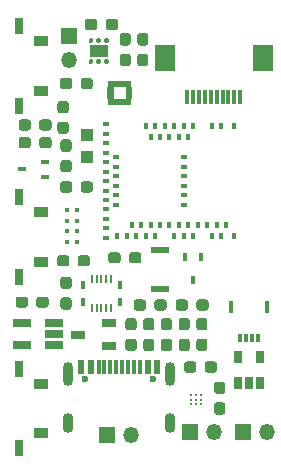
<source format=gbr>
%TF.GenerationSoftware,KiCad,Pcbnew,(5.99.0-2309-gaf729d578)*%
%TF.CreationDate,2020-09-26T21:13:41-04:00*%
%TF.ProjectId,mk2,6d6b322e-6b69-4636-9164-5f7063625858,rev?*%
%TF.SameCoordinates,Original*%
%TF.FileFunction,Soldermask,Top*%
%TF.FilePolarity,Negative*%
%FSLAX46Y46*%
G04 Gerber Fmt 4.6, Leading zero omitted, Abs format (unit mm)*
G04 Created by KiCad (PCBNEW (5.99.0-2309-gaf729d578)) date 2020-09-26 21:13:41*
%MOMM*%
%LPD*%
G01*
G04 APERTURE LIST*
%ADD10C,0.010000*%
%ADD11O,1.350000X1.350000*%
%ADD12R,1.350000X1.350000*%
%ADD13R,1.600000X1.000000*%
%ADD14R,0.300000X1.000000*%
%ADD15R,0.300000X0.700000*%
%ADD16R,0.450000X0.655000*%
%ADD17R,0.230000X0.750000*%
%ADD18R,0.420000X0.400000*%
%ADD19C,0.229500*%
%ADD20R,0.300000X1.300000*%
%ADD21R,1.800000X2.200000*%
%ADD22R,0.700000X0.450000*%
%ADD23R,0.600000X1.160000*%
%ADD24C,0.600000*%
%ADD25R,0.300000X1.160000*%
%ADD26O,0.900000X1.700000*%
%ADD27O,0.900000X2.000000*%
%ADD28R,0.800000X1.450000*%
%ADD29R,1.270000X0.900000*%
%ADD30R,0.450000X0.700000*%
%ADD31R,1.100000X1.050000*%
%ADD32R,0.650000X1.060000*%
%ADD33R,1.560000X0.650000*%
%ADD34R,1.500000X0.550000*%
%ADD35R,0.400000X0.600000*%
%ADD36R,0.600000X0.400000*%
%ADD37R,1.220000X0.650000*%
G04 APERTURE END LIST*
%TO.C,U4*%
G36*
X22500000Y-18950000D02*
G01*
X22050000Y-18950000D01*
X22050000Y-18550000D01*
X22500000Y-18550000D01*
X22500000Y-18950000D01*
G37*
D10*
X22500000Y-18950000D02*
X22050000Y-18950000D01*
X22050000Y-18550000D01*
X22500000Y-18550000D01*
X22500000Y-18950000D01*
G36*
X22500000Y-19450000D02*
G01*
X22050000Y-19450000D01*
X22050000Y-19050000D01*
X22500000Y-19050000D01*
X22500000Y-19450000D01*
G37*
X22500000Y-19450000D02*
X22050000Y-19450000D01*
X22050000Y-19050000D01*
X22500000Y-19050000D01*
X22500000Y-19450000D01*
G36*
X20950000Y-18950000D02*
G01*
X20500000Y-18950000D01*
X20500000Y-18550000D01*
X20950000Y-18550000D01*
X20950000Y-18950000D01*
G37*
X20950000Y-18950000D02*
X20500000Y-18950000D01*
X20500000Y-18550000D01*
X20950000Y-18550000D01*
X20950000Y-18950000D01*
G36*
X20950000Y-19450000D02*
G01*
X20500000Y-19450000D01*
X20500000Y-19050000D01*
X20950000Y-19050000D01*
X20950000Y-19450000D01*
G37*
X20950000Y-19450000D02*
X20500000Y-19450000D01*
X20500000Y-19050000D01*
X20950000Y-19050000D01*
X20950000Y-19450000D01*
G36*
X22450000Y-18450000D02*
G01*
X22050000Y-18450000D01*
X22050000Y-18000000D01*
X22450000Y-18000000D01*
X22450000Y-18450000D01*
G37*
X22450000Y-18450000D02*
X22050000Y-18450000D01*
X22050000Y-18000000D01*
X22450000Y-18000000D01*
X22450000Y-18450000D01*
G36*
X21950000Y-18450000D02*
G01*
X21550000Y-18450000D01*
X21550000Y-18000000D01*
X21950000Y-18000000D01*
X21950000Y-18450000D01*
G37*
X21950000Y-18450000D02*
X21550000Y-18450000D01*
X21550000Y-18000000D01*
X21950000Y-18000000D01*
X21950000Y-18450000D01*
G36*
X21450000Y-18450000D02*
G01*
X21050000Y-18450000D01*
X21050000Y-18000000D01*
X21450000Y-18000000D01*
X21450000Y-18450000D01*
G37*
X21450000Y-18450000D02*
X21050000Y-18450000D01*
X21050000Y-18000000D01*
X21450000Y-18000000D01*
X21450000Y-18450000D01*
G36*
X20950000Y-18450000D02*
G01*
X20550000Y-18450000D01*
X20550000Y-18000000D01*
X20950000Y-18000000D01*
X20950000Y-18450000D01*
G37*
X20950000Y-18450000D02*
X20550000Y-18450000D01*
X20550000Y-18000000D01*
X20950000Y-18000000D01*
X20950000Y-18450000D01*
G36*
X22450000Y-20000000D02*
G01*
X22050000Y-20000000D01*
X22050000Y-19550000D01*
X22450000Y-19550000D01*
X22450000Y-20000000D01*
G37*
X22450000Y-20000000D02*
X22050000Y-20000000D01*
X22050000Y-19550000D01*
X22450000Y-19550000D01*
X22450000Y-20000000D01*
G36*
X21950000Y-20000000D02*
G01*
X21550000Y-20000000D01*
X21550000Y-19550000D01*
X21950000Y-19550000D01*
X21950000Y-20000000D01*
G37*
X21950000Y-20000000D02*
X21550000Y-20000000D01*
X21550000Y-19550000D01*
X21950000Y-19550000D01*
X21950000Y-20000000D01*
G36*
X21450000Y-20000000D02*
G01*
X21050000Y-20000000D01*
X21050000Y-19550000D01*
X21450000Y-19550000D01*
X21450000Y-20000000D01*
G37*
X21450000Y-20000000D02*
X21050000Y-20000000D01*
X21050000Y-19550000D01*
X21450000Y-19550000D01*
X21450000Y-20000000D01*
G36*
X20950000Y-20000000D02*
G01*
X20550000Y-20000000D01*
X20550000Y-19550000D01*
X20950000Y-19550000D01*
X20950000Y-20000000D01*
G37*
X20950000Y-20000000D02*
X20550000Y-20000000D01*
X20550000Y-19550000D01*
X20950000Y-19550000D01*
X20950000Y-20000000D01*
%TD*%
D11*
%TO.C,J6*%
X22500000Y-48000000D03*
D12*
X20500000Y-48000000D03*
%TD*%
D13*
%TO.C,U1*%
X19750000Y-15500000D03*
G36*
G01*
X19206250Y-14800000D02*
X18993750Y-14800000D01*
G75*
G02*
X18900000Y-14706250I0J93750D01*
G01*
X18900000Y-14518750D01*
G75*
G02*
X18993750Y-14425000I93750J0D01*
G01*
X19206250Y-14425000D01*
G75*
G02*
X19300000Y-14518750I0J-93750D01*
G01*
X19300000Y-14706250D01*
G75*
G02*
X19206250Y-14800000I-93750J0D01*
G01*
G37*
G36*
G01*
X19856250Y-14800000D02*
X19643750Y-14800000D01*
G75*
G02*
X19550000Y-14706250I0J93750D01*
G01*
X19550000Y-14518750D01*
G75*
G02*
X19643750Y-14425000I93750J0D01*
G01*
X19856250Y-14425000D01*
G75*
G02*
X19950000Y-14518750I0J-93750D01*
G01*
X19950000Y-14706250D01*
G75*
G02*
X19856250Y-14800000I-93750J0D01*
G01*
G37*
G36*
G01*
X20506250Y-14800000D02*
X20293750Y-14800000D01*
G75*
G02*
X20200000Y-14706250I0J93750D01*
G01*
X20200000Y-14518750D01*
G75*
G02*
X20293750Y-14425000I93750J0D01*
G01*
X20506250Y-14425000D01*
G75*
G02*
X20600000Y-14518750I0J-93750D01*
G01*
X20600000Y-14706250D01*
G75*
G02*
X20506250Y-14800000I-93750J0D01*
G01*
G37*
G36*
G01*
X20506250Y-16575000D02*
X20293750Y-16575000D01*
G75*
G02*
X20200000Y-16481250I0J93750D01*
G01*
X20200000Y-16293750D01*
G75*
G02*
X20293750Y-16200000I93750J0D01*
G01*
X20506250Y-16200000D01*
G75*
G02*
X20600000Y-16293750I0J-93750D01*
G01*
X20600000Y-16481250D01*
G75*
G02*
X20506250Y-16575000I-93750J0D01*
G01*
G37*
G36*
G01*
X19856250Y-16575000D02*
X19643750Y-16575000D01*
G75*
G02*
X19550000Y-16481250I0J93750D01*
G01*
X19550000Y-16293750D01*
G75*
G02*
X19643750Y-16200000I93750J0D01*
G01*
X19856250Y-16200000D01*
G75*
G02*
X19950000Y-16293750I0J-93750D01*
G01*
X19950000Y-16481250D01*
G75*
G02*
X19856250Y-16575000I-93750J0D01*
G01*
G37*
G36*
G01*
X19206250Y-16575000D02*
X18993750Y-16575000D01*
G75*
G02*
X18900000Y-16481250I0J93750D01*
G01*
X18900000Y-16293750D01*
G75*
G02*
X18993750Y-16200000I93750J0D01*
G01*
X19206250Y-16200000D01*
G75*
G02*
X19300000Y-16293750I0J-93750D01*
G01*
X19300000Y-16481250D01*
G75*
G02*
X19206250Y-16575000I-93750J0D01*
G01*
G37*
%TD*%
D11*
%TO.C,J5*%
X29500000Y-47750000D03*
D12*
X27500000Y-47750000D03*
%TD*%
%TO.C,C8*%
G36*
G01*
X17525000Y-18012500D02*
X17525000Y-18487500D01*
G75*
G02*
X17287500Y-18725000I-237500J0D01*
G01*
X16712500Y-18725000D01*
G75*
G02*
X16475000Y-18487500I0J237500D01*
G01*
X16475000Y-18012500D01*
G75*
G02*
X16712500Y-17775000I237500J0D01*
G01*
X17287500Y-17775000D01*
G75*
G02*
X17525000Y-18012500I0J-237500D01*
G01*
G37*
G36*
G01*
X19275000Y-18012500D02*
X19275000Y-18487500D01*
G75*
G02*
X19037500Y-18725000I-237500J0D01*
G01*
X18462500Y-18725000D01*
G75*
G02*
X18225000Y-18487500I0J237500D01*
G01*
X18225000Y-18012500D01*
G75*
G02*
X18462500Y-17775000I237500J0D01*
G01*
X19037500Y-17775000D01*
G75*
G02*
X19275000Y-18012500I0J-237500D01*
G01*
G37*
%TD*%
%TO.C,C6*%
G36*
G01*
X22237500Y-15025000D02*
X21762500Y-15025000D01*
G75*
G02*
X21525000Y-14787500I0J237500D01*
G01*
X21525000Y-14212500D01*
G75*
G02*
X21762500Y-13975000I237500J0D01*
G01*
X22237500Y-13975000D01*
G75*
G02*
X22475000Y-14212500I0J-237500D01*
G01*
X22475000Y-14787500D01*
G75*
G02*
X22237500Y-15025000I-237500J0D01*
G01*
G37*
G36*
G01*
X22237500Y-16775000D02*
X21762500Y-16775000D01*
G75*
G02*
X21525000Y-16537500I0J237500D01*
G01*
X21525000Y-15962500D01*
G75*
G02*
X21762500Y-15725000I237500J0D01*
G01*
X22237500Y-15725000D01*
G75*
G02*
X22475000Y-15962500I0J-237500D01*
G01*
X22475000Y-16537500D01*
G75*
G02*
X22237500Y-16775000I-237500J0D01*
G01*
G37*
%TD*%
%TO.C,C5*%
G36*
G01*
X19650000Y-13012500D02*
X19650000Y-13487500D01*
G75*
G02*
X19412500Y-13725000I-237500J0D01*
G01*
X18837500Y-13725000D01*
G75*
G02*
X18600000Y-13487500I0J237500D01*
G01*
X18600000Y-13012500D01*
G75*
G02*
X18837500Y-12775000I237500J0D01*
G01*
X19412500Y-12775000D01*
G75*
G02*
X19650000Y-13012500I0J-237500D01*
G01*
G37*
G36*
G01*
X21400000Y-13012500D02*
X21400000Y-13487500D01*
G75*
G02*
X21162500Y-13725000I-237500J0D01*
G01*
X20587500Y-13725000D01*
G75*
G02*
X20350000Y-13487500I0J237500D01*
G01*
X20350000Y-13012500D01*
G75*
G02*
X20587500Y-12775000I237500J0D01*
G01*
X21162500Y-12775000D01*
G75*
G02*
X21400000Y-13012500I0J-237500D01*
G01*
G37*
%TD*%
D11*
%TO.C,J3*%
X17250000Y-16250000D03*
D12*
X17250000Y-14250000D03*
%TD*%
D11*
%TO.C,BT1*%
X34000000Y-47750000D03*
D12*
X32000000Y-47750000D03*
%TD*%
D14*
%TO.C,J4*%
X30960000Y-37175000D03*
X34040000Y-37175000D03*
D15*
X31750000Y-39825000D03*
X32250000Y-39825000D03*
X32750000Y-39825000D03*
X33250000Y-39825000D03*
%TD*%
%TO.C,R16*%
G36*
G01*
X14025000Y-21512500D02*
X14025000Y-21987500D01*
G75*
G02*
X13787500Y-22225000I-237500J0D01*
G01*
X13212500Y-22225000D01*
G75*
G02*
X12975000Y-21987500I0J237500D01*
G01*
X12975000Y-21512500D01*
G75*
G02*
X13212500Y-21275000I237500J0D01*
G01*
X13787500Y-21275000D01*
G75*
G02*
X14025000Y-21512500I0J-237500D01*
G01*
G37*
G36*
G01*
X15775000Y-21512500D02*
X15775000Y-21987500D01*
G75*
G02*
X15537500Y-22225000I-237500J0D01*
G01*
X14962500Y-22225000D01*
G75*
G02*
X14725000Y-21987500I0J237500D01*
G01*
X14725000Y-21512500D01*
G75*
G02*
X14962500Y-21275000I237500J0D01*
G01*
X15537500Y-21275000D01*
G75*
G02*
X15775000Y-21512500I0J-237500D01*
G01*
G37*
%TD*%
%TO.C,R15*%
G36*
G01*
X14025000Y-23012500D02*
X14025000Y-23487500D01*
G75*
G02*
X13787500Y-23725000I-237500J0D01*
G01*
X13212500Y-23725000D01*
G75*
G02*
X12975000Y-23487500I0J237500D01*
G01*
X12975000Y-23012500D01*
G75*
G02*
X13212500Y-22775000I237500J0D01*
G01*
X13787500Y-22775000D01*
G75*
G02*
X14025000Y-23012500I0J-237500D01*
G01*
G37*
G36*
G01*
X15775000Y-23012500D02*
X15775000Y-23487500D01*
G75*
G02*
X15537500Y-23725000I-237500J0D01*
G01*
X14962500Y-23725000D01*
G75*
G02*
X14725000Y-23487500I0J237500D01*
G01*
X14725000Y-23012500D01*
G75*
G02*
X14962500Y-22775000I237500J0D01*
G01*
X15537500Y-22775000D01*
G75*
G02*
X15775000Y-23012500I0J-237500D01*
G01*
G37*
%TD*%
%TO.C,R14*%
G36*
G01*
X24475000Y-37237500D02*
X24475000Y-36762500D01*
G75*
G02*
X24712500Y-36525000I237500J0D01*
G01*
X25287500Y-36525000D01*
G75*
G02*
X25525000Y-36762500I0J-237500D01*
G01*
X25525000Y-37237500D01*
G75*
G02*
X25287500Y-37475000I-237500J0D01*
G01*
X24712500Y-37475000D01*
G75*
G02*
X24475000Y-37237500I0J237500D01*
G01*
G37*
G36*
G01*
X22725000Y-37237500D02*
X22725000Y-36762500D01*
G75*
G02*
X22962500Y-36525000I237500J0D01*
G01*
X23537500Y-36525000D01*
G75*
G02*
X23775000Y-36762500I0J-237500D01*
G01*
X23775000Y-37237500D01*
G75*
G02*
X23537500Y-37475000I-237500J0D01*
G01*
X22962500Y-37475000D01*
G75*
G02*
X22725000Y-37237500I0J237500D01*
G01*
G37*
%TD*%
%TO.C,R13*%
G36*
G01*
X28026000Y-37237500D02*
X28026000Y-36762500D01*
G75*
G02*
X28263500Y-36525000I237500J0D01*
G01*
X28838500Y-36525000D01*
G75*
G02*
X29076000Y-36762500I0J-237500D01*
G01*
X29076000Y-37237500D01*
G75*
G02*
X28838500Y-37475000I-237500J0D01*
G01*
X28263500Y-37475000D01*
G75*
G02*
X28026000Y-37237500I0J237500D01*
G01*
G37*
G36*
G01*
X26276000Y-37237500D02*
X26276000Y-36762500D01*
G75*
G02*
X26513500Y-36525000I237500J0D01*
G01*
X27088500Y-36525000D01*
G75*
G02*
X27326000Y-36762500I0J-237500D01*
G01*
X27326000Y-37237500D01*
G75*
G02*
X27088500Y-37475000I-237500J0D01*
G01*
X26513500Y-37475000D01*
G75*
G02*
X26276000Y-37237500I0J237500D01*
G01*
G37*
%TD*%
%TO.C,R12*%
G36*
G01*
X27237500Y-39150000D02*
X26762500Y-39150000D01*
G75*
G02*
X26525000Y-38912500I0J237500D01*
G01*
X26525000Y-38337500D01*
G75*
G02*
X26762500Y-38100000I237500J0D01*
G01*
X27237500Y-38100000D01*
G75*
G02*
X27475000Y-38337500I0J-237500D01*
G01*
X27475000Y-38912500D01*
G75*
G02*
X27237500Y-39150000I-237500J0D01*
G01*
G37*
G36*
G01*
X27237500Y-40900000D02*
X26762500Y-40900000D01*
G75*
G02*
X26525000Y-40662500I0J237500D01*
G01*
X26525000Y-40087500D01*
G75*
G02*
X26762500Y-39850000I237500J0D01*
G01*
X27237500Y-39850000D01*
G75*
G02*
X27475000Y-40087500I0J-237500D01*
G01*
X27475000Y-40662500D01*
G75*
G02*
X27237500Y-40900000I-237500J0D01*
G01*
G37*
%TD*%
%TO.C,R11*%
G36*
G01*
X22737500Y-39150000D02*
X22262500Y-39150000D01*
G75*
G02*
X22025000Y-38912500I0J237500D01*
G01*
X22025000Y-38337500D01*
G75*
G02*
X22262500Y-38100000I237500J0D01*
G01*
X22737500Y-38100000D01*
G75*
G02*
X22975000Y-38337500I0J-237500D01*
G01*
X22975000Y-38912500D01*
G75*
G02*
X22737500Y-39150000I-237500J0D01*
G01*
G37*
G36*
G01*
X22737500Y-40900000D02*
X22262500Y-40900000D01*
G75*
G02*
X22025000Y-40662500I0J237500D01*
G01*
X22025000Y-40087500D01*
G75*
G02*
X22262500Y-39850000I237500J0D01*
G01*
X22737500Y-39850000D01*
G75*
G02*
X22975000Y-40087500I0J-237500D01*
G01*
X22975000Y-40662500D01*
G75*
G02*
X22737500Y-40900000I-237500J0D01*
G01*
G37*
%TD*%
%TO.C,R9*%
G36*
G01*
X28262500Y-39850000D02*
X28737500Y-39850000D01*
G75*
G02*
X28975000Y-40087500I0J-237500D01*
G01*
X28975000Y-40662500D01*
G75*
G02*
X28737500Y-40900000I-237500J0D01*
G01*
X28262500Y-40900000D01*
G75*
G02*
X28025000Y-40662500I0J237500D01*
G01*
X28025000Y-40087500D01*
G75*
G02*
X28262500Y-39850000I237500J0D01*
G01*
G37*
G36*
G01*
X28262500Y-38100000D02*
X28737500Y-38100000D01*
G75*
G02*
X28975000Y-38337500I0J-237500D01*
G01*
X28975000Y-38912500D01*
G75*
G02*
X28737500Y-39150000I-237500J0D01*
G01*
X28262500Y-39150000D01*
G75*
G02*
X28025000Y-38912500I0J237500D01*
G01*
X28025000Y-38337500D01*
G75*
G02*
X28262500Y-38100000I237500J0D01*
G01*
G37*
%TD*%
%TO.C,R6*%
G36*
G01*
X22319000Y-33237500D02*
X22319000Y-32762500D01*
G75*
G02*
X22556500Y-32525000I237500J0D01*
G01*
X23131500Y-32525000D01*
G75*
G02*
X23369000Y-32762500I0J-237500D01*
G01*
X23369000Y-33237500D01*
G75*
G02*
X23131500Y-33475000I-237500J0D01*
G01*
X22556500Y-33475000D01*
G75*
G02*
X22319000Y-33237500I0J237500D01*
G01*
G37*
G36*
G01*
X20569000Y-33237500D02*
X20569000Y-32762500D01*
G75*
G02*
X20806500Y-32525000I237500J0D01*
G01*
X21381500Y-32525000D01*
G75*
G02*
X21619000Y-32762500I0J-237500D01*
G01*
X21619000Y-33237500D01*
G75*
G02*
X21381500Y-33475000I-237500J0D01*
G01*
X20806500Y-33475000D01*
G75*
G02*
X20569000Y-33237500I0J237500D01*
G01*
G37*
%TD*%
%TO.C,R4*%
G36*
G01*
X25262500Y-39850000D02*
X25737500Y-39850000D01*
G75*
G02*
X25975000Y-40087500I0J-237500D01*
G01*
X25975000Y-40662500D01*
G75*
G02*
X25737500Y-40900000I-237500J0D01*
G01*
X25262500Y-40900000D01*
G75*
G02*
X25025000Y-40662500I0J237500D01*
G01*
X25025000Y-40087500D01*
G75*
G02*
X25262500Y-39850000I237500J0D01*
G01*
G37*
G36*
G01*
X25262500Y-38100000D02*
X25737500Y-38100000D01*
G75*
G02*
X25975000Y-38337500I0J-237500D01*
G01*
X25975000Y-38912500D01*
G75*
G02*
X25737500Y-39150000I-237500J0D01*
G01*
X25262500Y-39150000D01*
G75*
G02*
X25025000Y-38912500I0J237500D01*
G01*
X25025000Y-38337500D01*
G75*
G02*
X25262500Y-38100000I237500J0D01*
G01*
G37*
%TD*%
%TO.C,R3*%
G36*
G01*
X23762500Y-39850000D02*
X24237500Y-39850000D01*
G75*
G02*
X24475000Y-40087500I0J-237500D01*
G01*
X24475000Y-40662500D01*
G75*
G02*
X24237500Y-40900000I-237500J0D01*
G01*
X23762500Y-40900000D01*
G75*
G02*
X23525000Y-40662500I0J237500D01*
G01*
X23525000Y-40087500D01*
G75*
G02*
X23762500Y-39850000I237500J0D01*
G01*
G37*
G36*
G01*
X23762500Y-38100000D02*
X24237500Y-38100000D01*
G75*
G02*
X24475000Y-38337500I0J-237500D01*
G01*
X24475000Y-38912500D01*
G75*
G02*
X24237500Y-39150000I-237500J0D01*
G01*
X23762500Y-39150000D01*
G75*
G02*
X23525000Y-38912500I0J237500D01*
G01*
X23525000Y-38337500D01*
G75*
G02*
X23762500Y-38100000I237500J0D01*
G01*
G37*
%TD*%
%TO.C,C20*%
G36*
G01*
X28025000Y-42012500D02*
X28025000Y-42487500D01*
G75*
G02*
X27787500Y-42725000I-237500J0D01*
G01*
X27212500Y-42725000D01*
G75*
G02*
X26975000Y-42487500I0J237500D01*
G01*
X26975000Y-42012500D01*
G75*
G02*
X27212500Y-41775000I237500J0D01*
G01*
X27787500Y-41775000D01*
G75*
G02*
X28025000Y-42012500I0J-237500D01*
G01*
G37*
G36*
G01*
X29775000Y-42012500D02*
X29775000Y-42487500D01*
G75*
G02*
X29537500Y-42725000I-237500J0D01*
G01*
X28962500Y-42725000D01*
G75*
G02*
X28725000Y-42487500I0J237500D01*
G01*
X28725000Y-42012500D01*
G75*
G02*
X28962500Y-41775000I237500J0D01*
G01*
X29537500Y-41775000D01*
G75*
G02*
X29775000Y-42012500I0J-237500D01*
G01*
G37*
%TD*%
%TO.C,C10*%
G36*
G01*
X30237500Y-44525000D02*
X29762500Y-44525000D01*
G75*
G02*
X29525000Y-44287500I0J237500D01*
G01*
X29525000Y-43712500D01*
G75*
G02*
X29762500Y-43475000I237500J0D01*
G01*
X30237500Y-43475000D01*
G75*
G02*
X30475000Y-43712500I0J-237500D01*
G01*
X30475000Y-44287500D01*
G75*
G02*
X30237500Y-44525000I-237500J0D01*
G01*
G37*
G36*
G01*
X30237500Y-46275000D02*
X29762500Y-46275000D01*
G75*
G02*
X29525000Y-46037500I0J237500D01*
G01*
X29525000Y-45462500D01*
G75*
G02*
X29762500Y-45225000I237500J0D01*
G01*
X30237500Y-45225000D01*
G75*
G02*
X30475000Y-45462500I0J-237500D01*
G01*
X30475000Y-46037500D01*
G75*
G02*
X30237500Y-46275000I-237500J0D01*
G01*
G37*
%TD*%
%TO.C,C9*%
G36*
G01*
X23737500Y-15025000D02*
X23262500Y-15025000D01*
G75*
G02*
X23025000Y-14787500I0J237500D01*
G01*
X23025000Y-14212500D01*
G75*
G02*
X23262500Y-13975000I237500J0D01*
G01*
X23737500Y-13975000D01*
G75*
G02*
X23975000Y-14212500I0J-237500D01*
G01*
X23975000Y-14787500D01*
G75*
G02*
X23737500Y-15025000I-237500J0D01*
G01*
G37*
G36*
G01*
X23737500Y-16775000D02*
X23262500Y-16775000D01*
G75*
G02*
X23025000Y-16537500I0J237500D01*
G01*
X23025000Y-15962500D01*
G75*
G02*
X23262500Y-15725000I237500J0D01*
G01*
X23737500Y-15725000D01*
G75*
G02*
X23975000Y-15962500I0J-237500D01*
G01*
X23975000Y-16537500D01*
G75*
G02*
X23737500Y-16775000I-237500J0D01*
G01*
G37*
%TD*%
%TO.C,C7*%
G36*
G01*
X17975000Y-33487500D02*
X17975000Y-33012500D01*
G75*
G02*
X18212500Y-32775000I237500J0D01*
G01*
X18787500Y-32775000D01*
G75*
G02*
X19025000Y-33012500I0J-237500D01*
G01*
X19025000Y-33487500D01*
G75*
G02*
X18787500Y-33725000I-237500J0D01*
G01*
X18212500Y-33725000D01*
G75*
G02*
X17975000Y-33487500I0J237500D01*
G01*
G37*
G36*
G01*
X16225000Y-33487500D02*
X16225000Y-33012500D01*
G75*
G02*
X16462500Y-32775000I237500J0D01*
G01*
X17037500Y-32775000D01*
G75*
G02*
X17275000Y-33012500I0J-237500D01*
G01*
X17275000Y-33487500D01*
G75*
G02*
X17037500Y-33725000I-237500J0D01*
G01*
X16462500Y-33725000D01*
G75*
G02*
X16225000Y-33487500I0J237500D01*
G01*
G37*
%TD*%
%TO.C,C4*%
G36*
G01*
X16762500Y-36350000D02*
X17237500Y-36350000D01*
G75*
G02*
X17475000Y-36587500I0J-237500D01*
G01*
X17475000Y-37162500D01*
G75*
G02*
X17237500Y-37400000I-237500J0D01*
G01*
X16762500Y-37400000D01*
G75*
G02*
X16525000Y-37162500I0J237500D01*
G01*
X16525000Y-36587500D01*
G75*
G02*
X16762500Y-36350000I237500J0D01*
G01*
G37*
G36*
G01*
X16762500Y-34600000D02*
X17237500Y-34600000D01*
G75*
G02*
X17475000Y-34837500I0J-237500D01*
G01*
X17475000Y-35412500D01*
G75*
G02*
X17237500Y-35650000I-237500J0D01*
G01*
X16762500Y-35650000D01*
G75*
G02*
X16525000Y-35412500I0J237500D01*
G01*
X16525000Y-34837500D01*
G75*
G02*
X16762500Y-34600000I237500J0D01*
G01*
G37*
%TD*%
%TO.C,C3*%
G36*
G01*
X17525000Y-26762500D02*
X17525000Y-27237500D01*
G75*
G02*
X17287500Y-27475000I-237500J0D01*
G01*
X16712500Y-27475000D01*
G75*
G02*
X16475000Y-27237500I0J237500D01*
G01*
X16475000Y-26762500D01*
G75*
G02*
X16712500Y-26525000I237500J0D01*
G01*
X17287500Y-26525000D01*
G75*
G02*
X17525000Y-26762500I0J-237500D01*
G01*
G37*
G36*
G01*
X19275000Y-26762500D02*
X19275000Y-27237500D01*
G75*
G02*
X19037500Y-27475000I-237500J0D01*
G01*
X18462500Y-27475000D01*
G75*
G02*
X18225000Y-27237500I0J237500D01*
G01*
X18225000Y-26762500D01*
G75*
G02*
X18462500Y-26525000I237500J0D01*
G01*
X19037500Y-26525000D01*
G75*
G02*
X19275000Y-26762500I0J-237500D01*
G01*
G37*
%TD*%
%TO.C,C2*%
G36*
G01*
X16762500Y-24725000D02*
X17237500Y-24725000D01*
G75*
G02*
X17475000Y-24962500I0J-237500D01*
G01*
X17475000Y-25537500D01*
G75*
G02*
X17237500Y-25775000I-237500J0D01*
G01*
X16762500Y-25775000D01*
G75*
G02*
X16525000Y-25537500I0J237500D01*
G01*
X16525000Y-24962500D01*
G75*
G02*
X16762500Y-24725000I237500J0D01*
G01*
G37*
G36*
G01*
X16762500Y-22975000D02*
X17237500Y-22975000D01*
G75*
G02*
X17475000Y-23212500I0J-237500D01*
G01*
X17475000Y-23787500D01*
G75*
G02*
X17237500Y-24025000I-237500J0D01*
G01*
X16762500Y-24025000D01*
G75*
G02*
X16525000Y-23787500I0J237500D01*
G01*
X16525000Y-23212500D01*
G75*
G02*
X16762500Y-22975000I237500J0D01*
G01*
G37*
%TD*%
%TO.C,C1*%
G36*
G01*
X16512500Y-21475000D02*
X16987500Y-21475000D01*
G75*
G02*
X17225000Y-21712500I0J-237500D01*
G01*
X17225000Y-22287500D01*
G75*
G02*
X16987500Y-22525000I-237500J0D01*
G01*
X16512500Y-22525000D01*
G75*
G02*
X16275000Y-22287500I0J237500D01*
G01*
X16275000Y-21712500D01*
G75*
G02*
X16512500Y-21475000I237500J0D01*
G01*
G37*
G36*
G01*
X16512500Y-19725000D02*
X16987500Y-19725000D01*
G75*
G02*
X17225000Y-19962500I0J-237500D01*
G01*
X17225000Y-20537500D01*
G75*
G02*
X16987500Y-20775000I-237500J0D01*
G01*
X16512500Y-20775000D01*
G75*
G02*
X16275000Y-20537500I0J237500D01*
G01*
X16275000Y-19962500D01*
G75*
G02*
X16512500Y-19725000I237500J0D01*
G01*
G37*
%TD*%
D16*
%TO.C,P1*%
X18400000Y-36702500D03*
X18400000Y-35297500D03*
X21600000Y-35297500D03*
X21600000Y-36702500D03*
D17*
X19200000Y-37225000D03*
X20800000Y-37225000D03*
X19600000Y-37225000D03*
X20400000Y-37225000D03*
X20000000Y-37225000D03*
X19200000Y-34775000D03*
X20800000Y-34775000D03*
X19600000Y-34775000D03*
X20400000Y-34775000D03*
X20000000Y-34775000D03*
%TD*%
D18*
%TO.C,IC2*%
X17950000Y-28950000D03*
X17950000Y-29850000D03*
X17950000Y-30750000D03*
X17950000Y-31650000D03*
X17050000Y-28950000D03*
X17050000Y-29850000D03*
X17050000Y-30750000D03*
X17050000Y-31650000D03*
%TD*%
D19*
%TO.C,U6*%
X28400000Y-45400000D03*
X28000000Y-45400000D03*
X27600000Y-45400000D03*
X28400000Y-45000000D03*
X28000000Y-45000000D03*
X27600000Y-45000000D03*
X28400000Y-44600000D03*
X28000000Y-44600000D03*
X27600000Y-44600000D03*
%TD*%
D20*
%TO.C,J1*%
X27250000Y-19350000D03*
X27750000Y-19350000D03*
X28250000Y-19350000D03*
X28750000Y-19350000D03*
X29250000Y-19350000D03*
X29750000Y-19350000D03*
X30250000Y-19350000D03*
X30750000Y-19350000D03*
X31250000Y-19350000D03*
X31750000Y-19350000D03*
D21*
X33650000Y-16100000D03*
X25350000Y-16100000D03*
%TD*%
D22*
%TO.C,Q4*%
X13250000Y-25500000D03*
X15250000Y-24850000D03*
X15250000Y-26150000D03*
%TD*%
D23*
%TO.C,J2*%
X24700000Y-42240000D03*
X23900000Y-42240000D03*
X18300000Y-42240000D03*
X19100000Y-42240000D03*
D24*
X18610000Y-43300000D03*
X24390000Y-43300000D03*
D25*
X23250000Y-42240000D03*
X22250000Y-42240000D03*
X22750000Y-42240000D03*
X20250000Y-42240000D03*
X19750000Y-42240000D03*
X21750000Y-42240000D03*
X21250000Y-42240000D03*
X20750000Y-42240000D03*
D26*
X25820000Y-46990000D03*
X17180000Y-46990000D03*
D27*
X25820000Y-42820000D03*
X17180000Y-42820000D03*
%TD*%
D28*
%TO.C,SW4*%
X13000000Y-49125000D03*
X13000000Y-42375000D03*
D29*
X14885000Y-47850000D03*
X14885000Y-43650000D03*
%TD*%
D28*
%TO.C,SW2*%
X13000000Y-20125000D03*
X13000000Y-13375000D03*
D29*
X14885000Y-18850000D03*
X14885000Y-14650000D03*
%TD*%
D28*
%TO.C,SW1*%
X13000000Y-34625000D03*
X13000000Y-27875000D03*
D29*
X14885000Y-33350000D03*
X14885000Y-29150000D03*
%TD*%
D30*
%TO.C,Q3*%
X27750000Y-34909000D03*
X27100000Y-32909000D03*
X28400000Y-32909000D03*
%TD*%
D31*
%TO.C,Y1*%
X18750000Y-22575000D03*
X18750000Y-24425000D03*
%TD*%
D32*
%TO.C,U3*%
X31550000Y-41400000D03*
X33450000Y-41400000D03*
X33450000Y-43600000D03*
X32500000Y-43600000D03*
X31550000Y-43600000D03*
%TD*%
D33*
%TO.C,U2*%
X13250000Y-40400000D03*
X13250000Y-38500000D03*
X15950000Y-38500000D03*
X15950000Y-39450000D03*
X15950000Y-40400000D03*
%TD*%
D34*
%TO.C,SW_RESET1*%
X24956000Y-35625000D03*
X24956000Y-32375000D03*
%TD*%
%TO.C,L1*%
G36*
G01*
X13775000Y-36512500D02*
X13775000Y-36987500D01*
G75*
G02*
X13537500Y-37225000I-237500J0D01*
G01*
X12962500Y-37225000D01*
G75*
G02*
X12725000Y-36987500I0J237500D01*
G01*
X12725000Y-36512500D01*
G75*
G02*
X12962500Y-36275000I237500J0D01*
G01*
X13537500Y-36275000D01*
G75*
G02*
X13775000Y-36512500I0J-237500D01*
G01*
G37*
G36*
G01*
X15525000Y-36512500D02*
X15525000Y-36987500D01*
G75*
G02*
X15287500Y-37225000I-237500J0D01*
G01*
X14712500Y-37225000D01*
G75*
G02*
X14475000Y-36987500I0J237500D01*
G01*
X14475000Y-36512500D01*
G75*
G02*
X14712500Y-36275000I237500J0D01*
G01*
X15287500Y-36275000D01*
G75*
G02*
X15525000Y-36512500I0J-237500D01*
G01*
G37*
%TD*%
D35*
%TO.C,IC1*%
X31250000Y-21850000D03*
X30150000Y-21850000D03*
X29350000Y-21850000D03*
X27750000Y-21850000D03*
X27350000Y-22750000D03*
X26950000Y-21850000D03*
X26550000Y-22750000D03*
X26150000Y-21850000D03*
X25750000Y-22750000D03*
X25350000Y-21850000D03*
X24950000Y-22750000D03*
X24550000Y-21850000D03*
X24150000Y-22750000D03*
X23750000Y-21850000D03*
D36*
X20350000Y-21700000D03*
X20350000Y-22500000D03*
X20350000Y-23300000D03*
X20350000Y-24100000D03*
X21250000Y-24500000D03*
X20350000Y-24900000D03*
X21250000Y-25300000D03*
X20350000Y-25700000D03*
X21250000Y-26100000D03*
X20350000Y-26500000D03*
X21250000Y-26900000D03*
X20350000Y-27300000D03*
X21250000Y-27700000D03*
X20350000Y-28100000D03*
X21250000Y-28500000D03*
X20350000Y-28900000D03*
X20350000Y-29700000D03*
X20350000Y-30500000D03*
X20350000Y-31300000D03*
D35*
X21350000Y-31150000D03*
X22150000Y-31150000D03*
X22550000Y-30250000D03*
X22950000Y-31150000D03*
X23350000Y-30250000D03*
X23750000Y-31150000D03*
X24150000Y-30250000D03*
X24550000Y-31150000D03*
X24950000Y-30250000D03*
X25750000Y-30250000D03*
X26150000Y-31150000D03*
X26550000Y-30250000D03*
X26950000Y-31150000D03*
X27350000Y-30250000D03*
X27750000Y-31150000D03*
X28150000Y-30250000D03*
X28950000Y-30250000D03*
X29350000Y-31150000D03*
X29750000Y-30250000D03*
X30150000Y-31150000D03*
X30550000Y-30250000D03*
X31250000Y-31150000D03*
D36*
X26950000Y-24500000D03*
X26950000Y-25300000D03*
X26950000Y-26100000D03*
X26950000Y-26900000D03*
X26950000Y-27700000D03*
X26950000Y-28500000D03*
%TD*%
D37*
%TO.C,D1*%
X18000000Y-39500000D03*
X20620000Y-38550000D03*
X20620000Y-40450000D03*
%TD*%
M02*

</source>
